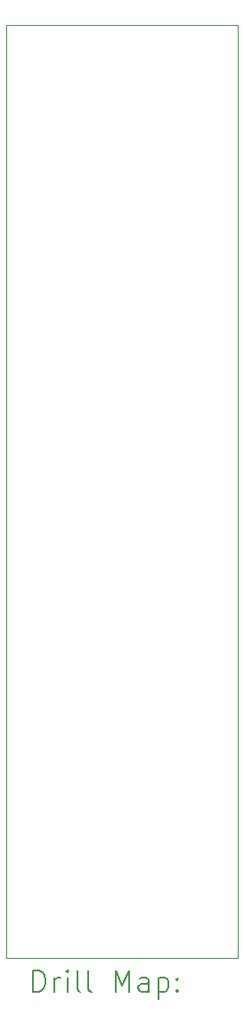
<source format=gbr>
%TF.GenerationSoftware,KiCad,Pcbnew,8.0.3*%
%TF.CreationDate,2024-06-20T16:00:32+02:00*%
%TF.ProjectId,adapter 8913-8910 long board reverse on air,61646170-7465-4722-9038-3931332d3839,rev?*%
%TF.SameCoordinates,Original*%
%TF.FileFunction,Drillmap*%
%TF.FilePolarity,Positive*%
%FSLAX45Y45*%
G04 Gerber Fmt 4.5, Leading zero omitted, Abs format (unit mm)*
G04 Created by KiCad (PCBNEW 8.0.3) date 2024-06-20 16:00:32*
%MOMM*%
%LPD*%
G01*
G04 APERTURE LIST*
%ADD10C,0.100000*%
%ADD11C,0.200000*%
G04 APERTURE END LIST*
D10*
X16140000Y-5850000D02*
X18340000Y-5850000D01*
X18340000Y-14700000D01*
X16140000Y-14700000D01*
X16140000Y-5850000D01*
D11*
X16395777Y-15016484D02*
X16395777Y-14816484D01*
X16395777Y-14816484D02*
X16443396Y-14816484D01*
X16443396Y-14816484D02*
X16471967Y-14826008D01*
X16471967Y-14826008D02*
X16491015Y-14845055D01*
X16491015Y-14845055D02*
X16500539Y-14864103D01*
X16500539Y-14864103D02*
X16510062Y-14902198D01*
X16510062Y-14902198D02*
X16510062Y-14930769D01*
X16510062Y-14930769D02*
X16500539Y-14968865D01*
X16500539Y-14968865D02*
X16491015Y-14987912D01*
X16491015Y-14987912D02*
X16471967Y-15006960D01*
X16471967Y-15006960D02*
X16443396Y-15016484D01*
X16443396Y-15016484D02*
X16395777Y-15016484D01*
X16595777Y-15016484D02*
X16595777Y-14883150D01*
X16595777Y-14921246D02*
X16605301Y-14902198D01*
X16605301Y-14902198D02*
X16614824Y-14892674D01*
X16614824Y-14892674D02*
X16633872Y-14883150D01*
X16633872Y-14883150D02*
X16652920Y-14883150D01*
X16719586Y-15016484D02*
X16719586Y-14883150D01*
X16719586Y-14816484D02*
X16710062Y-14826008D01*
X16710062Y-14826008D02*
X16719586Y-14835531D01*
X16719586Y-14835531D02*
X16729110Y-14826008D01*
X16729110Y-14826008D02*
X16719586Y-14816484D01*
X16719586Y-14816484D02*
X16719586Y-14835531D01*
X16843396Y-15016484D02*
X16824348Y-15006960D01*
X16824348Y-15006960D02*
X16814824Y-14987912D01*
X16814824Y-14987912D02*
X16814824Y-14816484D01*
X16948158Y-15016484D02*
X16929110Y-15006960D01*
X16929110Y-15006960D02*
X16919586Y-14987912D01*
X16919586Y-14987912D02*
X16919586Y-14816484D01*
X17176729Y-15016484D02*
X17176729Y-14816484D01*
X17176729Y-14816484D02*
X17243396Y-14959341D01*
X17243396Y-14959341D02*
X17310063Y-14816484D01*
X17310063Y-14816484D02*
X17310063Y-15016484D01*
X17491015Y-15016484D02*
X17491015Y-14911722D01*
X17491015Y-14911722D02*
X17481491Y-14892674D01*
X17481491Y-14892674D02*
X17462444Y-14883150D01*
X17462444Y-14883150D02*
X17424348Y-14883150D01*
X17424348Y-14883150D02*
X17405301Y-14892674D01*
X17491015Y-15006960D02*
X17471967Y-15016484D01*
X17471967Y-15016484D02*
X17424348Y-15016484D01*
X17424348Y-15016484D02*
X17405301Y-15006960D01*
X17405301Y-15006960D02*
X17395777Y-14987912D01*
X17395777Y-14987912D02*
X17395777Y-14968865D01*
X17395777Y-14968865D02*
X17405301Y-14949817D01*
X17405301Y-14949817D02*
X17424348Y-14940293D01*
X17424348Y-14940293D02*
X17471967Y-14940293D01*
X17471967Y-14940293D02*
X17491015Y-14930769D01*
X17586253Y-14883150D02*
X17586253Y-15083150D01*
X17586253Y-14892674D02*
X17605301Y-14883150D01*
X17605301Y-14883150D02*
X17643396Y-14883150D01*
X17643396Y-14883150D02*
X17662444Y-14892674D01*
X17662444Y-14892674D02*
X17671967Y-14902198D01*
X17671967Y-14902198D02*
X17681491Y-14921246D01*
X17681491Y-14921246D02*
X17681491Y-14978388D01*
X17681491Y-14978388D02*
X17671967Y-14997436D01*
X17671967Y-14997436D02*
X17662444Y-15006960D01*
X17662444Y-15006960D02*
X17643396Y-15016484D01*
X17643396Y-15016484D02*
X17605301Y-15016484D01*
X17605301Y-15016484D02*
X17586253Y-15006960D01*
X17767205Y-14997436D02*
X17776729Y-15006960D01*
X17776729Y-15006960D02*
X17767205Y-15016484D01*
X17767205Y-15016484D02*
X17757682Y-15006960D01*
X17757682Y-15006960D02*
X17767205Y-14997436D01*
X17767205Y-14997436D02*
X17767205Y-15016484D01*
X17767205Y-14892674D02*
X17776729Y-14902198D01*
X17776729Y-14902198D02*
X17767205Y-14911722D01*
X17767205Y-14911722D02*
X17757682Y-14902198D01*
X17757682Y-14902198D02*
X17767205Y-14892674D01*
X17767205Y-14892674D02*
X17767205Y-14911722D01*
M02*

</source>
